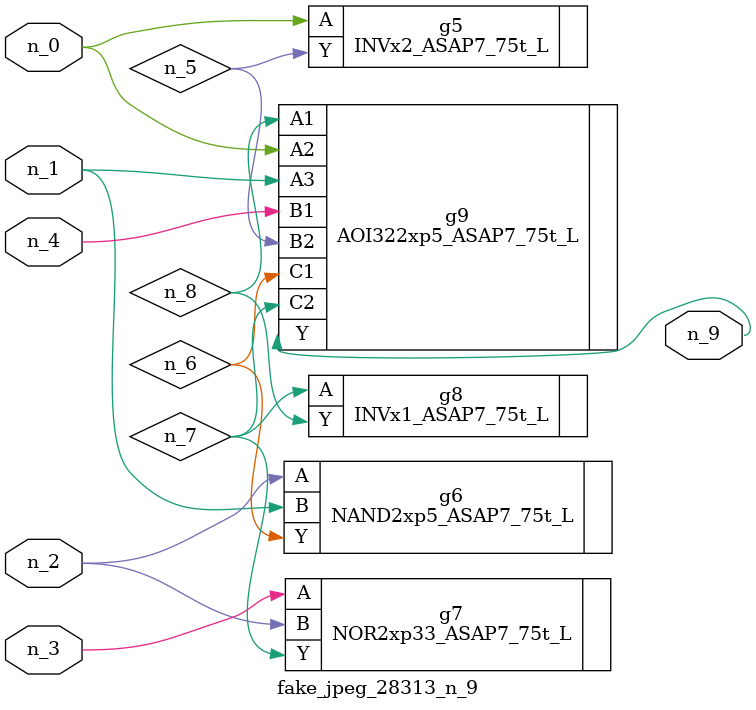
<source format=v>
module fake_jpeg_28313_n_9 (n_3, n_2, n_1, n_0, n_4, n_9);

input n_3;
input n_2;
input n_1;
input n_0;
input n_4;

output n_9;

wire n_8;
wire n_6;
wire n_5;
wire n_7;

INVx2_ASAP7_75t_L g5 ( 
.A(n_0),
.Y(n_5)
);

NAND2xp5_ASAP7_75t_L g6 ( 
.A(n_2),
.B(n_1),
.Y(n_6)
);

NOR2xp33_ASAP7_75t_L g7 ( 
.A(n_3),
.B(n_2),
.Y(n_7)
);

INVx1_ASAP7_75t_L g8 ( 
.A(n_7),
.Y(n_8)
);

AOI322xp5_ASAP7_75t_L g9 ( 
.A1(n_8),
.A2(n_0),
.A3(n_1),
.B1(n_4),
.B2(n_5),
.C1(n_6),
.C2(n_7),
.Y(n_9)
);


endmodule
</source>
